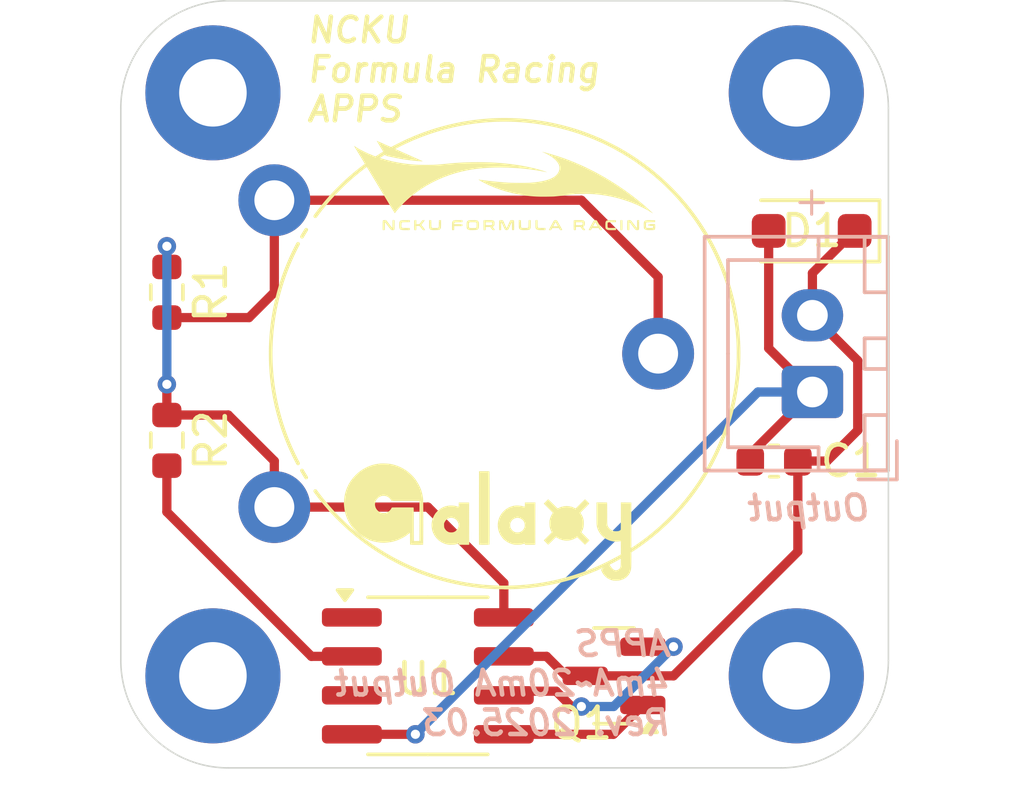
<source format=kicad_pcb>
(kicad_pcb (version 20221018) (generator pcbnew)
  (layers (0 "F.Cu" signal) (31 "B.Cu" signal) (34 "B.Paste" user) (35 "F.Paste" user) (36 "B.SilkS" user "B.Silkscreen") (37 "F.SilkS" user "F.Silkscreen") (38 "B.Mask" user) (39 "F.Mask" user) (44 "Edge.Cuts" user))
  (net 0 "")
  (net 1 "VDC")
  (net 2 "Net-(D1-A)")
  (net 3 "Net-(Q1-E)")
  (net 4 "Net-(Q1-B)")
  (net 5 "Net-(U1-VREG)")
  (net 6 "Net-(U1-IIN)")
  (footprint "MountingHole:MountingHole_2.2mm_M2_Pad" (layer "F.Cu") (at 111 50.5)
    (fp_text reference "H1" hide)
    (fp_text value "MountingHole_Pad")
    (pad "1" thru_hole circle (at 0 0) (size 4.4 4.4) (drill 2.2) (layers "*.Cu" "*.Mask"))
  )
  (footprint "Potentiometer_THT:Potentiometer_Piher_PT-15-V02_Vertical_Hole" (layer "F.Cu") (at 94 64)
    (fp_text reference "RV1" hide)
    (fp_text value "PT15LV02-253")
    (pad "" np_thru_hole circle locked (at 7.5 -5) (size 7 7) (drill 7) (layers "*.Cu" "*.Mask"))
    (pad "1" thru_hole circle locked (at 0 0) (size 2.34 2.34) (drill 1.3) (layers "*.Cu" "*.Mask") (net 5 "Net-(U1-VREG)"))
    (pad "2" thru_hole circle locked (at 12.5 -5) (size 2.34 2.34) (drill 1.3) (layers "*.Cu" "*.Mask") (net 6 "Net-(U1-IIN)"))
    (pad "3" thru_hole circle locked (at 0 -10) (size 2.34 2.34) (drill 1.3) (layers "*.Cu" "*.Mask") (net 6 "Net-(U1-IIN)"))
  )
  (footprint "MountingHole:MountingHole_2.2mm_M2_Pad" (layer "F.Cu") (at 92 69.5)
    (fp_text reference "H3" hide)
    (fp_text value "MountingHole_Pad")
    (pad "1" thru_hole circle (at 0 0) (size 4.4 4.4) (drill 2.2) (layers "*.Cu" "*.Mask"))
  )
  (footprint "Resistor_SMD:R_0603_1608Metric" (layer "F.Cu") (at 90.5 57 -90)
    (fp_text reference "R1" (at 0 -1.43 90) (layer "F.SilkS"))
    (fp_text value "83k")
    (pad "1" smd roundrect (at -0.825 0 270) (size 0.8 0.95) (layers "F.Cu" "F.Paste" "F.Mask") (net 5 "Net-(U1-VREG)"))
    (pad "2" smd roundrect (at 0.825 0 270) (size 0.8 0.95) (layers "F.Cu" "F.Paste" "F.Mask") (net 6 "Net-(U1-IIN)"))
  )
  (footprint "Resistor_SMD:R_0603_1608Metric" (layer "F.Cu") (at 90.5 61.825 -90)
    (fp_text reference "R2" (at 0 -1.43 90) (layer "F.SilkS"))
    (fp_text value "125k")
    (pad "1" smd roundrect (at -0.825 0 270) (size 0.8 0.95) (layers "F.Cu" "F.Paste" "F.Mask") (net 5 "Net-(U1-VREG)"))
    (pad "2" smd roundrect (at 0.825 0 270) (size 0.8 0.95) (layers "F.Cu" "F.Paste" "F.Mask") (net 6 "Net-(U1-IIN)"))
  )
  (footprint "Diode_SMD:D_SOD-123F" (layer "F.Cu") (at 111.5 55 180)
    (fp_text reference "D1" (at 0 0) (layer "F.SilkS"))
    (fp_text value "BZT52C6V2-13-F")
    (pad "1" smd roundrect (at -1.4 0 180) (size 1.1 1.1) (layers "F.Cu" "F.Paste" "F.Mask") (roundrect_rratio 0.2272727273) (net 1 "VDC"))
    (pad "2" smd roundrect (at 1.4 0 180) (size 1.1 1.1) (layers "F.Cu" "F.Paste" "F.Mask") (roundrect_rratio 0.2272727273) (net 2 "Net-(D1-A)"))
  )
  (footprint "MountingHole:MountingHole_2.2mm_M2_Pad" (layer "F.Cu") (at 111 69.5)
    (fp_text reference "H2" hide)
    (fp_text value "MountingHole_Pad")
    (pad "1" thru_hole circle (at 0 0) (size 4.4 4.4) (drill 2.2) (layers "*.Cu" "*.Mask"))
  )
  (footprint "MountingHole:MountingHole_2.2mm_M2_Pad" (layer "F.Cu") (at 92 50.5)
    (fp_text reference "H4" hide)
    (fp_text value "MountingHole_Pad")
    (pad "1" thru_hole circle (at 0 0) (size 4.4 4.4) (drill 2.2) (layers "*.Cu" "*.Mask"))
  )
  (footprint "logo:nckufs_logo_10mm" (layer "F.Cu") (at 101.5 53.5)
    (fp_text reference "G***" hide)
    (fp_text value "LOGO" hide)
  )
  (footprint "Package_TO_SOT_SMD:SOT-23" (layer "F.Cu") (at 105.0625 69.5 180)
    (fp_text reference "Q1" (at 1.0625 -1.55) (layer "F.SilkS"))
    (fp_text value "SS9013")
    (pad "1" smd roundrect (at -0.9375 -0.95 180) (size 1.475 0.6) (layers "F.Cu" "F.Paste" "F.Mask") (net 3 "Net-(Q1-E)"))
    (pad "2" smd roundrect (at -0.9375 0.95 180) (size 1.475 0.6) (layers "F.Cu" "F.Paste" "F.Mask") (net 4 "Net-(Q1-B)"))
    (pad "3" smd roundrect (at 0.9375 0 180) (size 1.475 0.6) (layers "F.Cu" "F.Paste" "F.Mask") (net 1 "VDC"))
  )
  (footprint "Capacitor_SMD:C_0603_1608Metric" (layer "F.Cu") (at 110.275 62.5 180)
    (fp_text reference "C1" (at -2.5 0) (layer "F.SilkS"))
    (fp_text value "10n")
    (pad "1" smd roundrect (at -0.775 0 180) (size 0.9 0.95) (layers "F.Cu" "F.Paste" "F.Mask") (net 1 "VDC"))
    (pad "2" smd roundrect (at 0.775 0 180) (size 0.9 0.95) (layers "F.Cu" "F.Paste" "F.Mask") (net 2 "Net-(D1-A)"))
  )
  (footprint "logo:galaxy_logo_10mm" (layer "F.Cu") (at 101 64.5)
    (fp_text reference "G***" hide)
    (fp_text value "LOGO" hide)
  )
  (footprint "Package_SO:SOIC-8_3.9x4.9mm_P1.27mm" (layer "F.Cu") (at 99 69.5)
    (fp_text reference "U1" (at 0 0.1 -360) (layer "F.SilkS"))
    (fp_text value "XTR117")
    (pad "1" smd roundrect (at -2.475 -1.905) (size 1.95 0.6) (layers "F.Cu" "F.Paste" "F.Mask"))
    (pad "2" smd roundrect (at -2.475 -0.635) (size 1.95 0.6) (layers "F.Cu" "F.Paste" "F.Mask") (net 6 "Net-(U1-IIN)"))
    (pad "3" smd roundrect (at -2.475 0.635) (size 1.95 0.6) (layers "F.Cu" "F.Paste" "F.Mask"))
    (pad "4" smd roundrect (at -2.475 1.905) (size 1.95 0.6) (layers "F.Cu" "F.Paste" "F.Mask") (net 2 "Net-(D1-A)"))
    (pad "5" smd roundrect (at 2.475 1.905) (size 1.95 0.6) (layers "F.Cu" "F.Paste" "F.Mask") (net 3 "Net-(Q1-E)"))
    (pad "6" smd roundrect (at 2.475 0.635) (size 1.95 0.6) (layers "F.Cu" "F.Paste" "F.Mask") (net 4 "Net-(Q1-B)"))
    (pad "7" smd roundrect (at 2.475 -0.635) (size 1.95 0.6) (layers "F.Cu" "F.Paste" "F.Mask") (net 1 "VDC"))
    (pad "8" smd roundrect (at 2.475 -1.905) (size 1.95 0.6) (layers "F.Cu" "F.Paste" "F.Mask") (net 5 "Net-(U1-VREG)"))
  )
  (footprint "Connector_JST:JST_XH_B2B-XH-A_1x02_P2.50mm_Vertical" (layer "B.Cu") (at 111.525 60.25 90)
    (fp_text reference "J1" hide)
    (fp_text value "Conn_OUTPUT")
    (pad "1" thru_hole roundrect (at 0 0 90) (size 1.7 2) (drill 1) (layers "*.Cu" "*.Mask") (roundrect_rratio 0.147059) (net 2 "Net-(D1-A)"))
    (pad "2" thru_hole oval (at 2.5 0 90) (size 1.7 2) (drill 1) (layers "*.Cu" "*.Mask") (net 1 "VDC"))
  )
  (gr_line (start 110.5 72.5) (end 92.5 72.5) (stroke (width 0.05)) (layer "Edge.Cuts"))
  (gr_line (start 92.5 47.5) (end 110.5 47.5) (stroke (width 0.05)) (layer "Edge.Cuts"))
  (gr_arc (start 92.5 72.5) (mid 90.025126 71.474874) (end 89 69) (stroke (width 0.05)) (layer "Edge.Cuts"))
  (gr_arc (start 114 69) (mid 112.974874 71.474874) (end 110.5 72.5) (stroke (width 0.05)) (layer "Edge.Cuts"))
  (gr_arc (start 89 51) (mid 90.025126 48.525126) (end 92.5 47.5) (stroke (width 0.05)) (layer "Edge.Cuts"))
  (gr_line (start 114 51) (end 114 69) (stroke (width 0.05)) (layer "Edge.Cuts"))
  (gr_arc (start 110.5 47.5) (mid 112.974874 48.525126) (end 114 51) (stroke (width 0.05)) (layer "Edge.Cuts"))
  (gr_line (start 89 69) (end 89 51) (stroke (width 0.05)) (layer "Edge.Cuts"))
  (gr_text "APPS\n4mA~20mA Output\nRev. 2025.03\n" (at 107 71.5) (layer "B.SilkS") (effects (font (size 0.8 0.8) (thickness 0.15) bold italic) (justify left bottom mirror)))
  (gr_text "+" (at 111.5 54) (layer "B.SilkS") (effects (font (size 1 1) (thickness 0.1)) (justify mirror)))
  (gr_text "Output" (at 113.5 64.5) (layer "B.SilkS") (effects (font (size 0.8 0.8) (thickness 0.15) bold italic) (justify left bottom mirror)))
  (gr_text "NCKU\nFormula Racing\nAPPS" (at 95 51.5) (layer "F.SilkS") (effects (font (size 0.8 0.8) (thickness 0.15) bold italic) (justify left bottom)))
  (segment (start 103.5 69.5) (end 102.865 68.865) (width 0.3) (layer "F.Cu") (net 1))
  (segment (start 107 69.5) (end 111.05 65.45) (width 0.3) (layer "F.Cu") (net 1))
  (segment (start 104.125 69.5) (end 103.5 69.5) (width 0.3) (layer "F.Cu") (net 1))
  (segment (start 112 62.5) (end 113 61.5) (width 0.3) (layer "F.Cu") (net 1))
  (segment (start 104.125 69.5) (end 107 69.5) (width 0.3) (layer "F.Cu") (net 1))
  (segment (start 111.525 56.375) (end 112.9 55) (width 0.3) (layer "F.Cu") (net 1))
  (segment (start 113 59.225) (end 111.525 57.75) (width 0.3) (layer "F.Cu") (net 1))
  (segment (start 111.525 57.75) (end 111.525 56.375) (width 0.3) (layer "F.Cu") (net 1))
  (segment (start 102.865 68.865) (end 101.475 68.865) (width 0.3) (layer "F.Cu") (net 1))
  (segment (start 111.05 65.45) (end 111.05 62.5) (width 0.3) (layer "F.Cu") (net 1))
  (segment (start 111.05 62.5) (end 112 62.5) (width 0.3) (layer "F.Cu") (net 1))
  (segment (start 113 61.5) (end 113 59.225) (width 0.3) (layer "F.Cu") (net 1))
  (segment (start 98.595 71.405) (end 96.525 71.405) (width 0.3) (layer "F.Cu") (net 2))
  (segment (start 111.525 60.25) (end 109.5 62.275) (width 0.3) (layer "F.Cu") (net 2))
  (segment (start 109.5 62.275) (end 109.5 62.5) (width 0.3) (layer "F.Cu") (net 2))
  (segment (start 110.1 55) (end 110.1 58.825) (width 0.3) (layer "F.Cu") (net 2))
  (segment (start 110.1 58.825) (end 111.525 60.25) (width 0.3) (layer "F.Cu") (net 2))
  (via (at 98.595 71.405) (size 0.6) (drill 0.3) (layers "F.Cu" "B.Cu") (net 2))
  (segment (start 109.75 60.25) (end 111.525 60.25) (width 0.3) (layer "B.Cu") (net 2))
  (segment (start 98.595 71.405) (end 109.75 60.25) (width 0.3) (layer "B.Cu") (net 2))
  (segment (start 106 70.45) (end 105.045 71.405) (width 0.3) (layer "F.Cu") (net 3))
  (segment (start 105.045 71.405) (end 101.475 71.405) (width 0.3) (layer "F.Cu") (net 3))
  (segment (start 103.176238 70) (end 103.676238 70.5) (width 0.3) (layer "F.Cu") (net 4))
  (segment (start 107 68.55) (end 106 68.55) (width 0.3) (layer "F.Cu") (net 4))
  (segment (start 101.61 70) (end 103.176238 70) (width 0.3) (layer "F.Cu") (net 4))
  (segment (start 103.676238 70.5) (end 104 70.5) (width 0.3) (layer "F.Cu") (net 4))
  (segment (start 101.475 70.135) (end 101.61 70) (width 0.3) (layer "F.Cu") (net 4))
  (via (at 107 68.55) (size 0.6) (drill 0.3) (layers "F.Cu" "B.Cu") (net 4))
  (via (at 104 70.5) (size 0.6) (drill 0.3) (layers "F.Cu" "B.Cu") (net 4))
  (segment (start 107 68.55) (end 105.05 70.5) (width 0.3) (layer "B.Cu") (net 4))
  (segment (start 105.05 70.5) (end 104 70.5) (width 0.3) (layer "B.Cu") (net 4))
  (segment (start 90.5 61) (end 90.5 60) (width 0.3) (layer "F.Cu") (net 5))
  (segment (start 99 64) (end 101.475 66.475) (width 0.3) (layer "F.Cu") (net 5))
  (segment (start 94 64) (end 99 64) (width 0.3) (layer "F.Cu") (net 5))
  (segment (start 90.5 56.175) (end 90.5 55.5) (width 0.3) (layer "F.Cu") (net 5))
  (segment (start 101.475 66.475) (end 101.475 67.595) (width 0.3) (layer "F.Cu") (net 5))
  (segment (start 94 64) (end 94 62.5) (width 0.3) (layer "F.Cu") (net 5))
  (segment (start 92.5 61) (end 90.5 61) (width 0.3) (layer "F.Cu") (net 5))
  (segment (start 94 62.5) (end 92.5 61) (width 0.3) (layer "F.Cu") (net 5))
  (via (at 90.5 55.5) (size 0.6) (drill 0.3) (layers "F.Cu" "B.Cu") (net 5))
  (via (at 90.5 60) (size 0.6) (drill 0.3) (layers "F.Cu" "B.Cu") (net 5))
  (segment (start 90.5 60) (end 90.5 55.5) (width 0.3) (layer "B.Cu") (net 5))
  (segment (start 95.2075 68.865) (end 96.525 68.865) (width 0.3) (layer "F.Cu") (net 6))
  (segment (start 106.5 56.5) (end 106.5 59) (width 0.3) (layer "F.Cu") (net 6))
  (segment (start 94 57) (end 94 54) (width 0.3) (layer "F.Cu") (net 6))
  (segment (start 90.5 64.1575) (end 95.2075 68.865) (width 0.3) (layer "F.Cu") (net 6))
  (segment (start 90.5 57.825) (end 93.175 57.825) (width 0.3) (layer "F.Cu") (net 6))
  (segment (start 93.175 57.825) (end 94 57) (width 0.3) (layer "F.Cu") (net 6))
  (segment (start 90.5 62.65) (end 90.5 64.1575) (width 0.3) (layer "F.Cu") (net 6))
  (segment (start 94 54) (end 104 54) (width 0.3) (layer "F.Cu") (net 6))
  (segment (start 104 54) (end 106.5 56.5) (width 0.3) (layer "F.Cu") (net 6))
)
</source>
